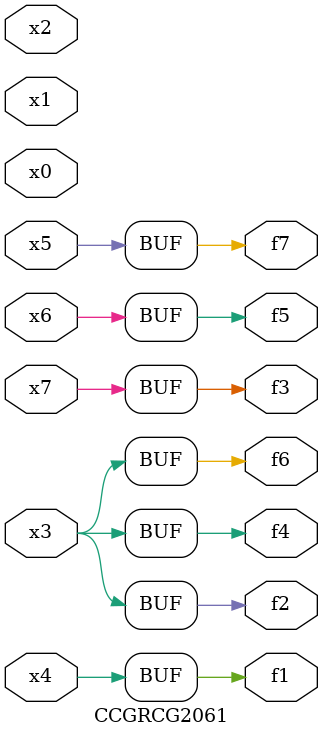
<source format=v>
module CCGRCG2061(
	input x0, x1, x2, x3, x4, x5, x6, x7,
	output f1, f2, f3, f4, f5, f6, f7
);
	assign f1 = x4;
	assign f2 = x3;
	assign f3 = x7;
	assign f4 = x3;
	assign f5 = x6;
	assign f6 = x3;
	assign f7 = x5;
endmodule

</source>
